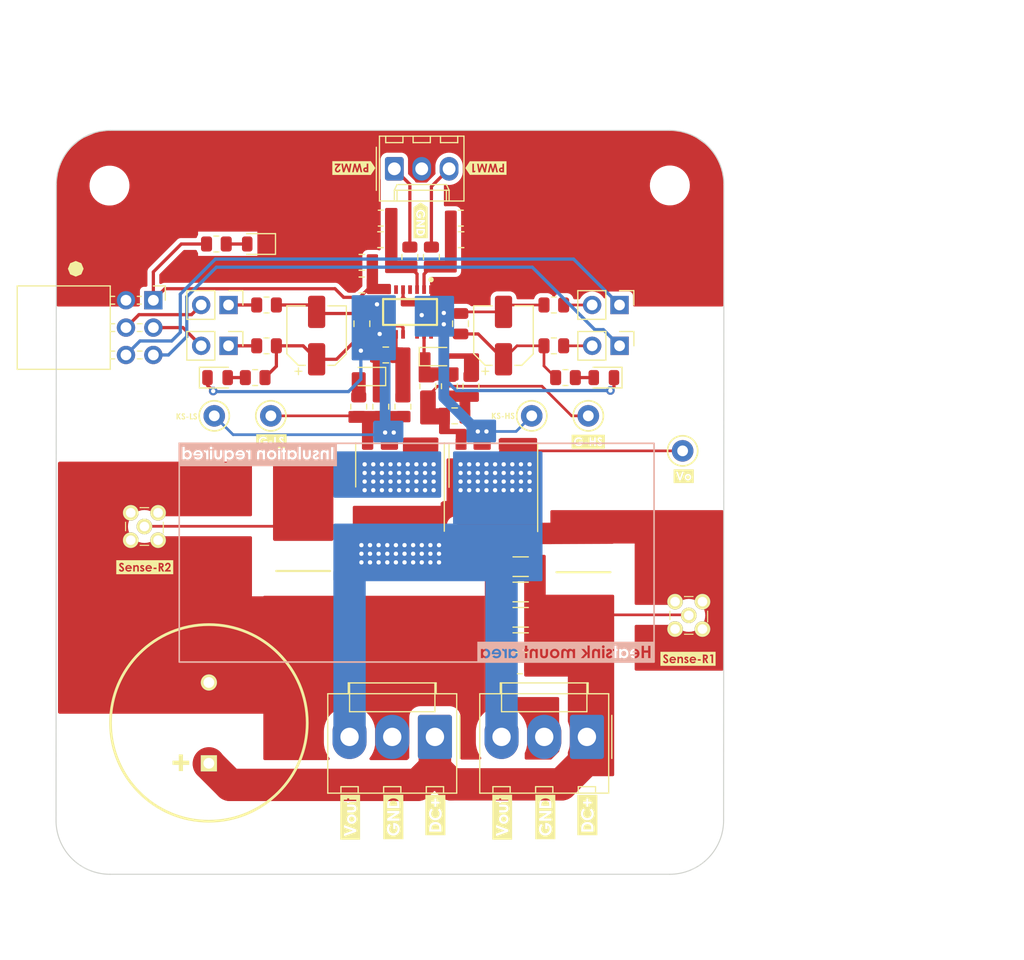
<source format=kicad_pcb>
(kicad_pcb (version 20221018) (generator pcbnew)
  (title_block (comment 4 "AISLER Project ID: ZPYPMIGU"))
  (layers (0 "F.Cu" mixed) (31 "B.Cu" mixed) (34 "B.Paste" user) (35 "F.Paste" user) (36 "B.SilkS" user "B.Silkscreen") (37 "F.SilkS" user "F.Silkscreen") (38 "B.Mask" user) (39 "F.Mask" user) (44 "Edge.Cuts" user))
  (net 0 "")
  (net 1 "GND")
  (net 2 "+3.3V")
  (net 3 "VCCA")
  (net 4 "VCCB")
  (net 5 "GND1")
  (net 6 "LED1")
  (net 7 "Net-(C5-Pad1)")
  (net 8 "Net-(D2-K)")
  (net 9 "GND2")
  (net 10 "OUTA")
  (net 11 "GND3")
  (net 12 "Net-(Q1-G)")
  (net 13 "Net-(D1-A)")
  (net 14 "Net-(D2-A)")
  (net 15 "Net-(D5-A)")
  (net 16 "Net-(D6-A)")
  (net 17 "Net-(D7-A)")
  (net 18 "Net-(J8-Pin_2)")
  (net 19 "Net-(J7-Pin_1)")
  (net 20 "HVDC+")
  (net 21 "PWM1")
  (net 22 "PWM2")
  (net 23 "OUTB")
  (net 24 "gnd-1")
  (net 25 "LED2")
  (net 26 "gnd-2")
  (net 27 "Net-(J6-Pin_1)")
  (net 28 "Net-(J5-Pin_2)")
  (net 30 "Net-(J9-Pad2)")
  (net 31 "Net-(J10-Pad1)")
  (net 32 "Net-(J1-Pin_3)")
  (net 33 "Net-(J2-Pin_1)")
  (net 34 "Net-(J2-Pin_3)")
  (net 35 "Net-(Q2-G)")
  (footprint "LED_SMD:LED_0805_2012Metric" (layer "F.Cu") (at 124.525 58.31 180)
    (fp_text reference "D5" hide)
    (fp_text value "LED")
  )
  (footprint "Connector_Molex:Molex_KK-254_AE-6410-03A_1x03_P2.54mm_Vertical" (layer "F.Cu") (at 137.235 51.33)
    (fp_text reference "J2" hide)
    (fp_text value "PWM")
  )
  (footprint "MountingHole:MountingHole_3.2mm_M3" (layer "F.Cu") (at 162.794466 52.874466)
    (fp_text reference "H3" hide)
    (fp_text value "MountingHole")
  )
  (footprint "kibuzzard-63FF1A06" (layer "F.Cu") (at 133.48 51.26 180)
    (fp_text reference "kibuzzard-63FF1A06" hide)
    (fp_text value "G***" hide)
  )
  (footprint "Resistor_SMD:R_0805_2012Metric" (layer "F.Cu") (at 143.405 55.91)
    (fp_text reference "R16" hide)
    (fp_text value "10k")
  )
  (footprint "Connector_PinHeader_2.54mm:PinHeader_1x02_P2.54mm_Vertical" (layer "F.Cu") (at 121.855 67.76 -90)
    (fp_text reference "J6" hide)
    (fp_text value "5V")
  )
  (footprint "EKXL451ELL101MM30S:CAPPRD750W80D1825H3200" (layer "F.Cu") (at 120.03 106.51 90)
    (fp_text reference "C10" hide)
    (fp_text value "100uF/450V" hide)
  )
  (footprint "Resistor_SMD:R_0805_2012Metric" (layer "F.Cu") (at 124.325 70.71)
    (fp_text reference "R12" hide)
    (fp_text value "4.7k")
  )
  (footprint "Capacitor_SMD:CP_Elec_5x5.3" (layer "F.Cu") (at 130.025 66.81 90)
    (fp_text reference "C16" hide)
    (fp_text value "10uF/35V")
  )
  (footprint "2EDF7275K:TFLGA65P500X500X106-14_13N-V" (layer "F.Cu") (at 138.6925 64.62 -90)
    (fp_text reference "IC1" hide)
    (fp_text value "2EDF7275KXUMA1")
  )
  (footprint "kibuzzard-63FF19FC" (layer "F.Cu") (at 145.73 51.26 180)
    (fp_text reference "kibuzzard-63FF19FC" hide)
    (fp_text value "G***" hide)
  )
  (footprint "Resistor_SMD:R_0805_2012Metric" (layer "F.Cu") (at 148.88 97.46 180)
    (fp_text reference "R8" hide)
    (fp_text value "500k")
  )
  (footprint "Capacitor_SMD:C_0805_2012Metric" (layer "F.Cu") (at 134.225 62.11)
    (fp_text reference "C1" hide)
    (fp_text value "100nF")
  )
  (footprint "Capacitor_SMD:C_1206_3216Metric" (layer "F.Cu") (at 148.955 88.26 180)
    (fp_text reference "C9" hide)
    (fp_text value "100nF/450V")
  )
  (footprint "TestPoint:TestPoint_Keystone_5000-5004_Miniature" (layer "F.Cu") (at 149.98 74.26)
    (fp_text reference "TP5" hide)
    (fp_text value "TestPoint_Alt")
  )
  (footprint "MMCX-J-P-H-ST-TH1:MMCXJPHSTTH1" (layer "F.Cu") (at 163.28 91.51)
    (fp_text reference "J9" hide)
    (fp_text value "MMCX-J-P-H-ST-TH1" hide)
  )
  (footprint "Resistor_SMD:R_0805_2012Metric" (layer "F.Cu") (at 125.38 63.97)
    (fp_text reference "FB2" hide)
    (fp_text value "fb")
  )
  (footprint "Resistor_SMD:R_0805_2012Metric" (layer "F.Cu") (at 138.675 59.51 -90)
    (fp_text reference "R13" hide)
    (fp_text value "100")
  )
  (footprint "Resistor_SMD:R_0805_2012Metric" (layer "F.Cu") (at 138.03 73.41 -90)
    (fp_text reference "R1" hide)
    (fp_text value "470")
  )
  (footprint "Resistor_SMD:R_0805_2012Metric" (layer "F.Cu") (at 140.3425 71.51 -90)
    (fp_text reference "R3" hide)
    (fp_text value "470")
  )
  (footprint "Capacitor_SMD:C_1206_3216Metric" (layer "F.Cu") (at 148.955 90.61 180)
    (fp_text reference "C8" hide)
    (fp_text value "100nF/450V")
  )
  (footprint "LED_SMD:LED_0805_2012Metric" (layer "F.Cu") (at 156.6725 70.71 180)
    (fp_text reference "D6" hide)
    (fp_text value "LED")
  )
  (footprint "TestPoint:TestPoint_Keystone_5000-5004_Miniature" (layer "F.Cu") (at 163.98 77.51)
    (fp_text reference "TP4" hide)
    (fp_text value "TestPoint_Alt")
  )
  (footprint "Resistor_SMD:R_0805_2012Metric" (layer "F.Cu") (at 120.725 58.31 180)
    (fp_text reference "R10" hide)
    (fp_text value "4.7k")
  )
  (footprint "kibuzzard-63EE9059" (layer "F.Cu") (at 151.24 111.494071 90)
    (fp_text reference "kibuzzard-63EE9059" hide)
    (fp_text value "G***" hide)
  )
  (footprint "Package_SON:Infineon_PG-LSON-8-1" (layer "F.Cu") (at 146.42 80.89 90)
    (fp_text reference "Q1" hide)
    (fp_text value "IGLD60R190D1")
  )
  (footprint "Resistor_SMD:R_0805_2012Metric" (layer "F.Cu") (at 142.3425 71.51 -90)
    (fp_text reference "R2" hide)
    (fp_text value "10")
  )
  (footprint "Connector_PinHeader_2.54mm:PinHeader_1x02_P2.54mm_Vertical" (layer "F.Cu") (at 121.855 63.97 -90)
    (fp_text reference "J7" hide)
    (fp_text value "GND")
  )
  (footprint "Resistor_SMD:R_0805_2012Metric" (layer "F.Cu") (at 144.3425 71.51 -90)
    (fp_text reference "R5" hide)
    (fp_text value "5.1")
  )
  (footprint "Capacitor_SMD:C_0805_2012Metric" (layer "F.Cu") (at 143.425 57.91 180)
    (fp_text reference "C14" hide)
    (fp_text value "100nF")
  )
  (footprint "Resistor_SMD:R_0805_2012Metric" (layer "F.Cu") (at 152.03 63.97)
    (fp_text reference "FB1" hide)
    (fp_text value "fb")
  )
  (footprint "Resistor_SMD:R_0805_2012Metric" (layer "F.Cu") (at 152.03 67.76)
    (fp_text reference "FB4" hide)
    (fp_text value "fb")
  )
  (footprint "Resistor_SMD:R_0805_2012Metric" (layer "F.Cu") (at 135.98 73.41 -90)
    (fp_text reference "R4" hide)
    (fp_text value "10")
  )
  (footprint "Resistor_SMD:R_0805_2012Metric" (layer "F.Cu") (at 153.1125 70.71 180)
    (fp_text reference "R11" hide)
    (fp_text value "4.7k")
  )
  (footprint "Capacitor_SMD:C_0805_2012Metric" (layer "F.Cu") (at 135.955 57.91)
    (fp_text reference "C13" hide)
    (fp_text value "100nF")
  )
  (footprint "kibuzzard-63FF1A39" (layer "F.Cu") (at 114.08 88.31)
    (fp_text reference "kibuzzard-63FF1A39" hide)
    (fp_text value "G***" hide)
  )
  (footprint "kibuzzard-63FF1AED" (layer "F.Cu") (at 117.98 74.31)
    (fp_text reference "kibuzzard-63FF1AED" hide)
    (fp_text value "G***" hide)
  )
  (footprint "kibuzzard-63EDDA14" (layer "F.Cu") (at 107.68 60.61)
    (fp_text reference "kibuzzard-63EDDA14" hide)
    (fp_text value "G***" hide)
  )
  (footprint "Connector_PinSocket_2.54mm:PinSocket_2x03_P2.54mm_Horizontal" (layer "F.Cu") (at 114.88 63.53)
    (fp_text reference "J4" hide)
    (fp_text value "Conn_02x03_Odd_Even")
  )
  (footprint "Connector_PinHeader_2.54mm:PinHeader_1x02_P2.54mm_Vertical" (layer "F.Cu") (at 158.13 67.76 -90)
    (fp_text reference "J5" hide)
    (fp_text value "5V")
  )
  (footprint "Capacitor_SMD:C_0805_2012Metric" (layer "F.Cu") (at 142.83 74.26 180)
    (fp_text reference "C5" hide)
    (fp_text value "2.2nF")
  )
  (footprint "kibuzzard-63EE9044" (layer "F.Cu") (at 155.14 111.315 90)
    (fp_text reference "kibuzzard-63EE9044" hide)
    (fp_text value "G***" hide)
  )
  (footprint "kibuzzard-63EE9044" (layer "F.Cu") (at 141.04 111.315 90)
    (fp_text reference "kibuzzard-63EE9044" hide)
    (fp_text value "G***" hide)
  )
  (footprint "footprint:RESC10052X50N" (layer "F.Cu") (at 128.78 88.66 -90)
    (fp_text reference "R9" hide)
    (fp_text value "WSLP3921L1000FEA" hide)
  )
  (footprint "MountingHole:MountingHole_3.2mm_M3" (layer "F.Cu") (at 110.808932 52.888932)
    (fp_text reference "H4" hide)
    (fp_text value "MountingHole")
  )
  (footprint "Package_SON:Infineon_PG-LSON-8-1" (layer "F.Cu") (at 137.76 80.86 90)
    (fp_text reference "Q2" hide)
    (fp_text value "IGLD60R190D1")
  )
  (footprint "Diode_SMD:D_SOD-323" (layer "F.Cu") (at 134.93 70.61 180)
    (fp_text reference "D2" hide)
    (fp_text value "BAT165")
  )
  (footprint "Capacitor_SMD:C_0805_2012Metric" (layer "F.Cu") (at 136.4425 68.61 180)
    (fp_text reference "C4" hide)
    (fp_text value "2.2nF")
  )
  (footprint "Connector_Molex:Molex_KK-396_A-41791-0003_1x03_P3.96mm_Vertical" (layer "F.Cu") (at 141 104.06 180)
    (fp_text reference "J3" hide)
    (fp_text value "HVDC")
  )
  (footprint "kibuzzard-63EDD5C6" (layer "F.Cu") (at 125.83 76.61)
    (fp_text reference "kibuzzard-63EDD5C6" hide)
    (fp_text value "G***" hide)
  )
  (footprint "Resistor_SMD:R_0805_2012Metric" (layer "F.Cu") (at 140.675 59.51 -90)
    (fp_text reference "R14" hide)
    (fp_text value "100")
  )
  (footprint "TestPoint:TestPoint_Keystone_5000-5004_Miniature" (layer "F.Cu") (at 125.78 74.26)
    (fp_text reference "TP2" hide)
    (fp_text value "TestPoint_Alt")
  )
  (footprint "MMCX-J-P-H-ST-TH1:MMCXJPHSTTH1" (layer "F.Cu") (at 112.78 83.26)
    (fp_text reference "J10" hide)
    (fp_text value "MMCX-J-P-H-ST-TH1" hide)
  )
  (footprint "kibuzzard-63EDD756" (layer "F.Cu") (at 164.08 79.86)
    (fp_text reference "kibuzzard-63EDD756" hide)
    (fp_text value "G***" hide)
  )
  (footprint "LED_SMD:LED_0805_2012Metric" (layer "F.Cu") (at 120.8375 70.71)
    (fp_text reference "D7" hide)
    (fp_text value "LED")
  )
  (footprint "kibuzzard-63FF19DB" (layer "F.Cu") (at 139.675 56.11 -90)
    (fp_text reference "kibuzzard-63FF19DB" hide)
    (fp_text value "G***" hide)
  )
  (footprint "Resistor_SMD:R_0805_2012Metric" (layer "F.Cu") (at 135.975 55.91 180)
    (fp_text reference "R15" hide)
    (fp_text value "10k")
  )
  (footprint "TestPoint:TestPoint_Keystone_5000-5004_Miniature" (layer "F.Cu") (at 155.23 74.26)
    (fp_text reference "TP1" hide)
    (fp_text value "TestPoint_Alt")
  )
  (footprint "kibuzzard-63EE9091" (layer "F.Cu") (at 133.14 111.515 90)
    (fp_text reference "kibuzzard-63EE9091" hide)
    (fp_text value "G***" hide)
  )
  (footprint "kibuzzard-63EDD5E0" (layer "F.Cu") (at 155.225 76.66)
    (fp_text reference "kibuzzard-63EDD5E0" hide)
    (fp_text value "G***" hide)
  )
  (footprint "Capacitor_SMD:C_1206_3216Metric" (layer "F.Cu") (at 148.955 95.31 180)
    (fp_text reference "C7" hide)
    (fp_text value "100nF/450V")
  )
  (footprint "kibuzzard-63EDD791" (layer "F.Cu") (at 164.48 96.81)
    (fp_text reference "kibuzzard-63EDD791" hide)
    (fp_text value "G***" hide)
  )
  (footprint "kibuzzard-63FF2B27" (layer "F.Cu") (at 117.43 106.46)
    (fp_text reference "kibuzzard-63FF2B27" hide)
    (fp_text value "G***" hide)
  )
  (footprint "footprint:RESC10052X50N" (layer "F.Cu") (at 154.78 88.77 -90)
    (fp_text reference "R7" hide)
    (fp_text value "WSLP3921L1000FEA" hide)
  )
  (footprint "kibuzzard-63EE9091" (layer "F.Cu") (at 147.24 111.515 90)
    (fp_text reference "kibuzzard-63EE9091" hide)
    (fp_text value "G***" hide)
  )
  (footprint "Diode_SMD:D_SOD-323" (layer "F.Cu") (at 141.0475 68.76)
    (fp_text reference "D1" hide)
    (fp_text value "BAT165")
  )
  (footprint "Connector_Molex:Molex_KK-396_A-41791-0003_1x03_P3.96mm_Vertical" (layer "F.Cu") (at 155.1 104.06 180)
    (fp_text reference "J1" hide)
    (fp_text value "HVDC")
  )
  (footprint "kibuzzard-63FF1AF8" (layer "F.Cu") (at 147.33 74.26)
    (fp_text reference "kibuzzard-63FF1AF8" hide)
    (fp_text value "G***" hide)
  )
  (footprint "MountingHole:MountingHole_3.2mm_M3" (layer "F.Cu") (at 162.78 111.81)
    (fp_text reference "H1" hide)
    (fp_text value "MountingHole")
  )
  (footprint "Capacitor_SMD:C_0805_2012Metric" (layer "F.Cu") (at 134.225 65.71 -90)
    (fp_text reference "C3" hide)
    (fp_text value "1uF")
  )
  (footprint "Capacitor_SMD:C_0805_2012Metric" (layer "F.Cu") (at 134.225 60.01)
    (fp_text reference "C11" hide)
    (fp_text value "100nF")
  )
  (footprint "Connector_PinHeader_2.54mm:PinHeader_1x02_P2.54mm_Vertical" (layer "F.Cu") (at 158.125 63.97 -90)
    (fp_text reference "J8" hide)
    (fp_text value "GND")
  )
  (footprint "kibuzzard-63EE9059" (layer "F.Cu") (at 137.14 111.494071 90)
    (fp_text reference "kibuzzard-63EE9059" hide)
    (fp_text value "G***" hide)
  )
  (footprint "Resistor_SMD:R_0805_2012Metric" (layer "F.Cu") (at 125.38 67.76 180)
    (fp_text reference "FB3" hide)
    (fp_text value "fb")
  )
  (footprint "Capacitor_SMD:C_0805_2012Metric" (layer "F.Cu") (at 143.375 65.71 -90)
    (fp_text reference "C2" hide)
    (fp_text value "1uF")
  )
  (footprint "TestPoint:TestPoint_Keystone_5000-5004_Miniature" (layer "F.Cu") (at 120.53 74.26)
    (fp_text reference "TP3" hide)
    (fp_text value "TestPoint_Alt")
  )
  (footprint "Capacitor_SMD:CP_Elec_5x5.3" (layer "F.Cu") (at 147.3625 66.81 90)
    (fp_text reference "C15" hide)
    (fp_text value "10uF/35V")
  )
  (footprint "MountingHole:MountingHole_3.2mm_M3" (layer "F.Cu") (at 110.88 111.81)
    (fp_text reference "H2" hide)
    (fp_text value "MountingHole")
  )
  (footprint "Capacitor_SMD:C_1206_3216Metric" (layer "F.Cu") (at 148.955 92.96 180)
    (fp_text reference "C6" hide)
    (fp_text value "100nF/450V")
  )
  (footprint "Resistor_SMD:R_0805_2012Metric" (layer "F.Cu") (at 133.93 73.41 -90)
    (fp_text reference "R6" hide)
    (fp_text value "5.1")
  )
  (footprint "kibuzzard-63FF27E9" (layer "B.Cu") (at 153.13 96.16 180)
    (fp_text reference "kibuzzard-63FF27E9" hide)
    (fp_text value "G***" hide)
  )
  (footprint "kibuzzard-63FF2952" (layer "B.Cu") (at 124.58 77.86 180)
    (fp_text reference "kibuzzard-63FF2952" hide)
    (fp_text value "G***" hide)
  )
  (gr_rect (start 117.28 76.81) (end 161.33 97.11) (stroke (width 0.15)) (fill none) (layer "B.SilkS"))
  (gr_line (start 167.78 111.81) (end 167.808932 52.774466) (stroke (width 0.1)) (layer "Edge.Cuts"))
  (gr_line (start 110.88 47.76) (end 162.794466 47.76) (stroke (width 0.1)) (layer "Edge.Cuts"))
  (gr_line (start 105.88 52.76) (end 105.851068 111.81) (stroke (width 0.1)) (layer "Edge.Cuts"))
  (gr_arc (start 110.851068 116.81) (mid 107.315524 115.345544) (end 105.851068 111.81) (stroke (width 0.1)) (layer "Edge.Cuts"))
  (gr_arc (start 105.88 52.76) (mid 107.344466 49.224466) (end 110.88 47.76) (stroke (width 0.1)) (layer "Edge.Cuts"))
  (gr_line (start 110.851068 116.81) (end 162.78 116.81) (stroke (width 0.1)) (layer "Edge.Cuts"))
  (gr_arc (start 167.78 111.81) (mid 166.315544 115.345544) (end 162.78 116.81) (stroke (width 0.1)) (layer "Edge.Cuts"))
  (gr_arc (start 162.794466 47.76) (mid 166.336031 49.232921) (end 167.808932 52.774466) (stroke (width 0.1)) (layer "Edge.Cuts"))
  (segment (start 138.0425 63.5725) (end 138.18 63.71) (width 0.3) (layer "F.Cu") (net 1))
  (segment (start 138.0425 62.545) (end 138.0425 63.5725) (width 0.3) (layer "F.Cu") (net 1))
  (segment (start 131.73 62.46) (end 115.95 62.46) (width 0.3) (layer "F.Cu") (net 2))
  (segment (start 132.53 63.26) (end 131.73 62.46) (width 0.3) (layer "F.Cu") (net 2))
  (segment (start 115.95 62.46) (end 114.88 63.53) (width 0.3) (layer "F.Cu") (net 2))
  (segment (start 114.88 63.53) (end 114.88 60.9) (width 0.3) (layer "F.Cu") (net 2))
  (segment (start 119.8125 58.31) (end 117.47 58.31) (width 0.3) (layer "F.Cu") (net 2))
  (segment (start 114.88 60.9) (end 117.47 58.31) (width 0.3) (layer "F.Cu") (net 2))
  (segment (start 135.175 62.11) (end 134.025 63.26) (width 0.3) (layer "F.Cu") (net 2))
  (segment (start 134.025 63.26) (end 132.53 63.26) (width 0.3) (layer "F.Cu") (net 2))
  (segment (start 156.63 66.26) (end 155.83 66.26) (width 0.3) (layer "B.Cu") (net 3))
  (segment (start 150.03 60.46) (end 120.73 60.46) (width 0.3) (layer "B.Cu") (net 3))
  (segment (start 155.83 66.26) (end 150.03 60.46) (width 0.3) (layer "B.Cu") (net 3))
  (segment (start 158.13 67.76) (end 156.63 66.26) (width 0.3) (layer "B.Cu") (net 3))
  (segment (start 120.73 60.46) (end 117.98 63.21) (width 0.3) (layer "B.Cu") (net 3))
  (segment (start 117.98 66.910001) (end 116.28 68.61) (width 0.3) (layer "B.Cu") (net 3))
  (segment (start 117.98 63.21) (end 117.98 66.910001) (width 0.3) (layer "B.Cu") (net 3))
  (segment (start 116.28 68.61) (end 114.88 68.61) (width 0.3) (layer "B.Cu") (net 3))
  (segment (start 117.625 66.07) (end 119.315 67.76) (width 0.3) (layer "F.Cu") (net 4))
  (segment (start 114.88 66.07) (end 117.625 66.07) (width 0.3) (layer "F.Cu") (net 4))
  (segment (start 113.64 67.31) (end 112.34 68.61) (width 0.3) (layer "B.Cu") (net 5))
  (segment (start 117.38 66.51) (end 116.58 67.31) (width 0.3) (layer "B.Cu") (net 5))
  (segment (start 116.58 67.31) (end 113.64 67.31) (width 0.3) (layer "B.Cu") (net 5))
  (segment (start 153.865 59.71) (end 120.63 59.71) (width 0.3) (layer "B.Cu") (net 5))
  (segment (start 117.38 62.96) (end 117.38 66.51) (width 0.3) (layer "B.Cu") (net 5))
  (segment (start 158.125 63.97) (end 153.865 59.71) (width 0.3) (layer "B.Cu") (net 5))
  (segment (start 120.63 59.71) (end 117.38 62.96) (width 0.3) (layer "B.Cu") (net 5))
  (segment (start 151.1175 67.76) (end 151.1175 69.6275) (width 0.25) (layer "F.Cu") (net 6))
  (segment (start 148.6125 67.76) (end 147.3625 69.01) (width 0.25) (layer "F.Cu") (net 6))
  (segment (start 145.0125 66.66) (end 147.3625 69.01) (width 0.3) (layer "F.Cu") (net 6))
  (segment (start 143.34 66.695) (end 140.6425 66.695) (width 0.3) (layer "F.Cu") (net 6))
  (segment (start 143.375 66.66) (end 145.0125 66.66) (width 0.3) (layer "F.Cu") (net 6))
  (segment (start 151.1175 67.76) (end 148.6125 67.76) (width 0.25) (layer "F.Cu") (net 6))
  (segment (start 143.375 66.66) (end 143.34 66.695) (width 0.3) (layer "F.Cu") (net 6))
  (segment (start 151.1175 69.6275) (end 152.2 70.71) (width 0.25) (layer "F.Cu") (net 6))
  (segment (start 118.415 64.87) (end 113.54 64.87) (width 0.3) (layer "F.Cu") (net 9))
  (segment (start 113.54 64.87) (end 112.34 66.07) (width 0.3) (layer "F.Cu") (net 9))
  (segment (start 119.315 63.97) (end 118.415 64.87) (width 0.3) (layer "F.Cu") (net 9))
  (segment (start 139.9925 68.755) (end 139.9975 68.76) (width 0.3) (layer "F.Cu") (net 10))
  (segment (start 139.9925 66.695) (end 139.9925 68.755) (width 0.3) (layer "F.Cu") (net 10))
  (segment (start 155.23 74.26) (end 153.68 74.26) (width 0.25) (layer "F.Cu") (net 12))
  (segment (start 153.68 74.26) (end 150.93 71.51) (width 0.25) (layer "F.Cu") (net 12))
  (segment (start 150.93 71.51) (end 141.255 71.51) (width 0.25) (layer "F.Cu") (net 12))
  (segment (start 141.255 71.51) (end 140.3425 72.4225) (width 0.25) (layer "F.Cu") (net 12))
  (segment (start 121.6375 58.31) (end 123.5875 58.31) (width 0.3) (layer "F.Cu") (net 15))
  (segment (start 154.025 70.71) (end 155.735 70.71) (width 0.3) (layer "F.Cu") (net 16))
  (segment (start 123.4125 70.71) (end 121.775 70.71) (width 0.3) (layer "F.Cu") (net 17))
  (segment (start 155.585 63.97) (end 152.9425 63.97) (width 0.25) (layer "F.Cu") (net 18))
  (segment (start 121.855 63.97) (end 124.4675 63.97) (width 0.3) (layer "F.Cu") (net 19))
  (segment (start 139.39 108.515) (end 141 106.905) (width 3) (layer "F.Cu") (net 20))
  (segment (start 155.1 106.105) (end 155.1 104.06) (width 3) (layer "F.Cu") (net 20))
  (segment (start 164.502 92.732) (end 154.968 92.732) (width 0.25) (layer "F.Cu") (net 20))
  (segment (start 164.55 92.78) (end 164.502 92.732) (width 0.25) (layer "F.Cu") (net 20))
  (segment (start 141 104.06) (end 141 106.975) (width 3) (layer "F.Cu") (net 20))
  (segment (start 152.74 108.465) (end 155.1 106.105) (width 3) (layer "F.Cu") (net 20))
  (segment (start 141 106.975) (end 142.49 108.465) (width 3) (layer "F.Cu") (net 20))
  (segment (start 121.985 108.515) (end 120.03 106.56) (width 3) (layer "F.Cu") (net 20))
  (segment (start 142.49 108.465) (end 152.74 108.465) (width 3) (layer "F.Cu") (net 20))
  (segment (start 120.03 106.56) (end 120.03 106.51) (width 3) (layer "F.Cu") (net 20))
  (segment (start 141 106.905) (end 141 104.06) (width 3) (layer "F.Cu") (net 20))
  (segment (start 121.985 108.515) (end 139.39 108.515) (width 3) (layer "F.Cu") (net 20))
  (segment (start 154.968 92.732) (end 154.78 92.92) (width 0.25) (layer "F.Cu") (net 20))
  (segment (start 139.9925 61.105) (end 140.675 60.4225) (width 0.3) (layer "F.Cu") (net 21))
  (segment (start 139.9925 62.545) (end 139.9925 61.105) (width 0.3) (layer "F.Cu") (net 21))
  (segment (start 139.3425 61.09) (end 138.675 60.4225) (width 0.3) (layer "F.Cu") (net 22))
  (segment (start 139.3425 62.545) (end 139.3425 61.09) (width 0.3) (layer "F.Cu") (net 22))
  (segment (start 137.3925 66.695) (end 137.3925 68.61) (width 0.3) (layer "F.Cu") (net 23))
  (segment (start 139.775 64.91) (end 139.3425 65.3425) (width 0.25) (layer "F.Cu") (net 24))
  (segment (start 141.875 64.76) (end 143.875 64.76) (width 0.25) (layer "F.Cu") (net 24))
  (segment (start 151.1175 63.97) (end 148.0025 63.97) (width 0.25) (layer "F.Cu") (net 24))
  (segment (start 144.025 64.61) (end 147.3625 64.61) (width 0.25) (layer "F.Cu") (net 24))
  (segment (start 141.825 64.71) (end 141.875 64.76) (width 0.25) (layer "F.Cu") (net 24))
  (segment (start 157.28 71.91) (end 157.61 71.58) (width 0.3) (layer "F.Cu") (net 24))
  (segment (start 139.3425 65.3425) (end 139.3425 66.695) (width 0.25) (layer "F.Cu") (net 24))
  (segment (start 157.61 71.58) (end 157.61 70.71) (width 0.3) (layer "F.Cu") (net 24))
  (segment (start 141.625 64.91) (end 139.775 64.91) (width 0.3) (layer "F.Cu") (net 24))
  (segment (start 148.0025 63.97) (end 147.3625 64.61) (width 0.25) (layer "F.Cu") (net 24))
  (segment (start 141.825 64.71) (end 141.825 65.76) (width 0.3) (layer "F.Cu") (net 24))
  (segment (start 141.825 64.71) (end 141.625 64.91) (width 0.3) (layer "F.Cu") (net 24))
  (segment (start 143.875 64.76) (end 144.025 64.61) (width 0.25) (layer "F.Cu") (net 24))
  (via (at 145.78 75.71) (size 0.8) (drill 0.4) (layers "F.Cu" "B.Cu") (net 24))
  (via (at 144.98 75.71) (size 0.8) (drill 0.4) (layers "F.Cu" "B.Cu") (net 24))
  (via (at 139.775 64.91) (size 0.8) (drill 0.4) (layers "F.Cu" "B.Cu") (net 24))
  (via (at 141.825 64.71) (size 0.8) (drill 0.4) (layers "F.Cu" "B.Cu") (net 24))
  (via (at 141.825 65.76) (size 0.8) (drill 0.4) (layers "F.Cu" "B.Cu") (net 24))
  (via (at 157.28 71.91) (size 0.8) (drill 0.4) (layers "F.Cu" "B.Cu") (net 24))
  (segment (start 141.825 65.76) (end 141.825 71.21) (width 1) (layer "B.Cu") (net 24))
  (segment (start 141.825 71.21) (end 141.825 72.555) (width 1) (layer "B.Cu") (net 24))
  (segment (start 148.53 75.71) (end 145.78 75.71) (width 0.25) (layer "B.Cu") (net 24))
  (segment (start 142.98 71.91) (end 142.28 71.21) (width 0.3) (layer "B.Cu") (net 24))
  (segment (start 141.825 72.555) (end 144.98 75.71) (width 1) (layer "B.Cu") (net 24))
  (segment (start 142.28 71.21) (end 141.825 71.21) (width 0.3) (layer "B.Cu") (net 24))
  (segment (start 149.98 74.26) (end 148.53 75.71) (width 0.25) (layer "B.Cu") (net 24))
  (segment (start 157.28 71.91) (end 142.98 71.91) (width 0.3) (layer "B.Cu") (net 24))
  (segment (start 126.2925 69.655) (end 125.2375 70.71) (width 0.3) (layer "F.Cu") (net 25))
  (segment (start 128.775 67.76) (end 130.025 69.01) (width 0.3) (layer "F.Cu") (net 25))
  (segment (start 138.0425 66.07) (end 138.0425 66.695) (width 0.3) (layer "F.Cu") (net 25))
  (segment (start 126.2925 67.76) (end 126.2925 69.655) (width 0.3) (layer "F.Cu") (net 25))
  (segment (start 130.025 69.01) (end 131.875 69.01) (width 0.3) (layer "F.Cu") (net 25))
  (segment (start 134.225 66.66) (end 134.975 65.91) (width 0.3) (layer "F.Cu") (net 25))
  (segment (start 134.975 65.91) (end 137.8825 65.91) (width 0.3) (layer "F.Cu") (net 25))
  (segment (start 137.8825 65.91) (end 138.0425 66.07) (width 0.3) (layer "F.Cu") (net 25))
  (segment (start 126.2925 67.76) (end 128.775 67.76) (width 0.3) (layer "F.Cu") (net 25))
  (segment (start 131.875 69.01) (end 134.225 66.66) (width 0.3) (layer "F.Cu") (net 25))
  (segment (start 129.385 63.97) (end 130.025 64.61) (width 0.3) (layer "F.Cu") (net 26))
  (segment (start 134.225 64.76) (end 130.175 64.76) (width 0.3) (layer "F.Cu") (net 26))
  (segment (start 135.798528 66.66) (end 135.875 66.66) (width 0.3) (layer "F.Cu") (net 26))
  (segment (start 134.225 64.76) (end 134.775 64.76) (width 0.3) (layer "F.Cu") (net 26))
  (segment (start 135.875 66.66) (end 135.91 66.695) (width 0.25) (layer "F.Cu") (net 26))
  (segment (start 134.13 68.21) (end 134.248528 68.21) (width 0.3) (layer "F.Cu") (net 26))
  (segment (start 119.9 71.43) (end 119.9 70.71) (width 0.3) (layer "F.Cu") (net 26))
  (segment (start 130.175 64.76) (end 130.025 64.61) (width 0.3) (layer "F.Cu") (net 26))
  (segment (start 126.2925 63.97) (end 129.385 63.97) (width 0.3) (layer "F.Cu") (net 26))
  (segment (start 134.775 64.76) (end 135.625 63.91) (width 0.3) (layer "F.Cu") (net 26))
  (segment (start 134.248528 68.21) (end 135.798528 66.66) (width 0.3) (layer "F.Cu") (net 26))
  (segment (start 135.91 66.695) (end 136.7425 66.695) (width 0.25) (layer "F.Cu") (net 26))
  (segment (start 120.43 71.96) (end 119.9 71.43) (width 0.3) (layer "F.Cu") (net 26))
  (via (at 135.625 63.91) (size 0.8) (drill 0.4) (layers "F.Cu" "B.Cu") (net 26))
  (via (at 136.38 75.81) (size 0.8) (drill 0.4) (layers "F.Cu" "B.Cu") (net 26))
  (via (at 134.13 68.21) (size 0.8) (drill 0.4) (layers "F.Cu" "B.Cu") (net 26))
  (via (at 120.43 71.96) (size 0.8) (drill 0.4) (layers "F.Cu" "B.Cu") (net 26))
  (via (at 135.875 66.66) (size 0.8) (drill 0.4) (layers "F.Cu" "B.Cu") (net 26))
  (via (at 137.18 75.81) (size 0.8) (drill 0.4) (layers "F.Cu" "B.Cu") (net 26))
  (segment (start 122.28 76.01) (end 120.53 74.26) (width 0.25) (layer "B.Cu") (net 26))
  (segment (start 136.38 75.81) (end 136.38 68.71) (width 1) (layer "B.Cu") (net 26))
  (segment (start 136.18 76.01) (end 136.38 75.81) (width 0.25) (layer "B.Cu") (net 26))
  (segment (start 120.43 71.96) (end 120.48 72.01) (width 0.3) (layer "B.Cu") (net 26))
  (segment (start 132.98 72.01) (end 134.13 70.86) (width 0.3) (layer "B.Cu") (net 26))
  (segment (start 120.48 72.01) (end 132.98 72.01) (width 0.3) (layer "B.Cu") (net 26))
  (segment (start 134.13 70.86) (end 134.13 68.21) (width 0.3) (layer "B.Cu") (net 26))
  (segment (start 136.18 76.01) (end 122.28 76.01) (width 0.25) (layer "B.Cu") (net 26))
  (segment (start 121.855 67.76) (end 124.4675 67.76) (width 0.3) (layer "F.Cu") (net 27))
  (segment (start 155.59 67.76) (end 152.9425 67.76) (width 0.25) (layer "F.Cu") (net 28))
  (segment (start 128.78 84.51) (end 114.07 84.51) (width 0.25) (layer "F.Cu") (net 31))
  (segment (start 137.55 79.96) (end 137.52 79.99) (width 0.25) (layer "F.Cu") (net 31))
  (segment (start 114.07 84.51) (end 114.05 84.53) (width 0.25) (layer "F.Cu") (net 31))
  (via (at 139.28 81.16) (size 0.8) (drill 0.4) (layers "F.Cu" "B.Cu") (net 31))
  (via (at 140.08 79.56) (size 0.8) (drill 0.4) (layers "F.Cu" "B.Cu") (net 31))
  (via (at 140.88 78.76) (size 0.8) (drill 0.4) (layers "F.Cu" "B.Cu") (net 31))
  (via (at 135.28 80.36) (size 0.8) (drill 0.4) (layers "F.Cu" "B.Cu") (net 31))
  (via (at 136.08 79.56) (size 0.8) (drill 0.4) (layers "F.Cu" "B.Cu") (net 31))
  (via (at 134.48 81.16) (size 0.8) (drill 0.4) (layers "F.Cu" "B.Cu") (net 31))
  (via (at 136.88 78.76) (size 0.8) (drill 0.4) (layers "F.Cu" "B.Cu") (net 31))
  (via (at 136.08 81.16) (size 0.8) (drill 0.4) (layers "F.Cu" "B.Cu") (net 31))
  (via (at 136.08 78.76) (size 0.8) (drill 0.4) (layers "F.Cu" "B.Cu") (net 31))
  (via (at 136.08 80.36) (size 0.8) (drill 0.4) (layers "F.Cu" "B.Cu") (net 31))
  (via (at 140.88 80.36) (size 0.8) (drill 0.4) (layers "F.Cu" "B.Cu") (net 31))
  (via (at 140.88 79.56) (size 0.8) (drill 0.4) (layers "F.Cu" "B.Cu") (net 31))
  (via (at 135.28 79.56) (size 0.8) (drill 0.4) (layers "F.Cu" "B.Cu") (net 31))
  (via (at 138.48 80.36) (size 0.8) (drill 0.4) (layers "F.Cu" "B.Cu") (net 31))
  (via (at 140.88 81.16) (size 0.8) (drill 0.4) (layers "F.Cu" "B.Cu") (net 31))
  (via (at 134.48 79.56) (size 0.8) (drill 0.4) (layers "F.Cu" "B.Cu") (net 31))
  (via (at 138.48 79.56) (size 0.8) (drill 0.4) (layers "F.Cu" "B.Cu") (net 31))
  (via (at 139.28 78.76) (size 0.8) (drill 0.4) (layers "F.Cu" "B.Cu") (net 31))
  (via (at 140.08 81.16) (size 0.8) (drill 0.4) (layers "F.Cu" "B.Cu") (net 31))
  (via (at 134.48 80.36) (size 0.8) (drill 0.4) (layers "F.Cu" "B.Cu") (net 31))
  (via (at 139.28 80.36) (size 0.8) (drill 0.4) (layers "F.Cu" "B.Cu") (net 31))
  (via (at 138.48 81.16) (size 0.8) (drill 0.4) (layers "F.Cu" "B.Cu") (net 31))
  (via (at 138.48 78.76) (size 0.8) (drill 0.4) (layers "F.Cu" "B.Cu") (net 31))
  (via (at 137.68 79.56) (size 0.8) (drill 0.4) (layers "F.Cu" "B.Cu") (net 31))
  (via (at 135.28 81.16) (size 0.8) (drill 0.4) (layers "F.Cu" "B.Cu") (net 31))
  (via (at 140.08 80.36) (size 0.8) (drill 0.4) (layers "F.Cu" "B.Cu") (net 31))
  (via (at 136.88 81.16) (size 0.8) (drill 0.4) (layers "F.Cu" "B.Cu") (net 31))
  (via (at 134.48 78.76) (size 0.8) (drill 0.4) (layers "F.Cu" "B.Cu") (net 31))
  (via (at 139.28 79.56) (size 0.8) (drill 0.4) (layers "F.Cu" "B.Cu") (net 31))
  (via (at 136.88 79.56) (size 0.8) (drill 0.4) (layers "F.Cu" "B.Cu") (net 31))
  (via (at 137.68 78.76) (size 0.8) (drill 0.4) (layers "F.Cu" "B.Cu") (net 31))
  (via (at 137.68 80.36) (size 0.8) (drill 0.4) (layers "F.Cu" "B.Cu") (net 31))
  (via (at 136.88 80.36) (size 0.8) (drill 0.4) (layers "F.Cu" "B.Cu") (net 31))
  (via (at 140.08 78.76) (size 0.8) (drill 0.4) (layers "F.Cu" "B.Cu") (net 31))
  (via (at 135.28 78.76) (size 0.8) (drill 0.4) (layers "F.Cu" "B.Cu") (net 31))
  (via (at 137.68 81.16) (size 0.8) (drill 0.4) (layers "F.Cu" "B.Cu") (net 31))
  (segment (start 163.98 77.51) (end 149.78 77.51) (width 0.25) (layer "F.Cu") (net 32))
  (via (at 148.18 79.56) (size 0.8) (drill 0.4) (layers "F.Cu" "B.Cu") (net 32))
  (via (at 148.98 79.56) (size 0.8) (drill 0.4) (layers "F.Cu" "B.Cu") (net 32))
  (via (at 134.98 87.86) (size 0.8) (drill 0.4) (layers "F.Cu" "B.Cu") (net 32))
  (via (at 144.18 80.36) (size 0.8) (drill 0.4) (layers "F.Cu" "B.Cu") (net 32))
  (via (at 134.98 87.06) (size 0.8) (drill 0.4) (layers "F.Cu" "B.Cu") (net 32))
  (via (at 147.38 79.56) (size 0.8) (drill 0.4) (layers "F.Cu" "B.Cu") (net 32))
  (via (at 148.98 80.36) (size 0.8) (drill 0.4) (layers "F.Cu" "B.Cu") (net 32))
  (via (at 145.78 79.56) (size 0.8) (drill 0.4) (layers "F.Cu" "B.Cu") (net 32))
  (via (at 143.38 81.16) (size 0.8) (drill 0.4) (layers "F.Cu" "B.Cu") (net 32))
  (via (at 145.78 80.36) (size 0.8) (drill 0.4) (layers "F.Cu" "B.Cu") (net 32))
  (via (at 138.18 86.26) (size 0.8) (drill 0.4) (layers "F.Cu" "B.Cu") (net 32))
  (via (at 149.78 80.36) (size 0.8) (drill 0.4) (layers "F.Cu" "B.Cu") (net 32))
  (via (at 136.58 86.26) (size 0.8) (drill 0.4) (layers "F.Cu" "B.Cu") (net 32))
  (via (at 147.38 78.76) (size 0.8) (drill 0.4) (layers "F.Cu" "B.Cu") (net 32))
  (via (at 140.58 87.86) (size 0.8) (drill 0.4) (layers "F.Cu" "B.Cu") (net 32))
  (via (at 140.58 87.06) (size 0.8) (drill 0.4) (layers "F.Cu" "B.Cu") (net 32))
  (via (at 143.38 79.56) (size 0.8) (drill 0.4) (layers "F.Cu" "B.Cu") (net 32))
  (via (at 138.98 87.86) (size 0.8) (drill 0.4) (layers "F.Cu" "B.Cu") (net 32))
  (via (at 140.58 86.26) (size 0.8) (drill 0.4) (layers "F.Cu" "B.Cu") (net 32))
  (via (at 143.38 78.76) (size 0.8) (drill 0.4) (layers "F.Cu" "B.Cu") (net 32))
  (via (at 136.58 87.86) (size 0.8) (drill 0.4) (layers "F.Cu" "B.Cu") (net 32))
  (via (at 143.38 80.36) (size 0.8) (drill 0.4) (layers "F.Cu" "B.Cu") (net 32))
  (via (at 137.38 87.86) (size 0.8) (drill 0.4) (layers "F.Cu" "B.Cu") (net 32))
  (via (at 138.18 87.86) (size 0.8) (drill 0.4) (layers "F.Cu" "B.Cu") (net 32))
  (via (at 149.78 81.16) (size 0.8) (drill 0.4) (layers "F.Cu" "B.Cu") (net 32))
  (via (at 145.78 78.76) (size 0.8) (drill 0.4) (layers "F.Cu" "B.Cu") (net 32))
  (via (at 138.98 87.06) (size 0.8) (drill 0.4) (layers "F.Cu" "B.Cu") (net 32))
  (via (at 147.38 80.36) (size 0.8) (drill 0.4) (layers "F.Cu" "B.Cu") (net 32))
  (via (at 134.18 86.26) (size 0.8) (drill 0.4) (layers "F.Cu" "B.Cu") (net 32))
  (via (at 148.18 78.76) (size 0.8) (drill 0.4) (layers "F.Cu" "B.Cu") (net 32))
  (via (at 149.78 79.56) (size 0.8) (drill 0.4) (layers "F.Cu" "B.Cu") (net 32))
  (via (at 137.38 87.06) (size 0.8) (drill 0.4) (layers "F.Cu" "B.Cu") (net 32))
  (via (at 141.38 87.86) (size 0.8) (drill 0.4) (layers "F.Cu" "B.Cu") (net 32))
  (via (at 139.78 87.06) (size 0.8) (drill 0.4) (layers "F.Cu" "B.Cu") (net 32))
  (via (at 148.18 81.16) (size 0.8) (drill 0.4) (layers "F.Cu" "B.Cu") (net 32))
  (via (at 147.38 81.16) (size 0.8) (drill 0.4) (layers "F.Cu" "B.Cu") (net 32))
  (via (at 139.78 87.86) (size 0.8) (drill 0.4) (layers "F.Cu" "B.Cu") (net 32))
  (via (at 135.78 86.26) (size 0.8) (drill 0.4) (layers "F.Cu" "B.Cu") (net 32))
  (via (at 146.58 79.56) (size 0.8) (drill 0.4) (layers "F.Cu" "B.Cu") (net 32))
  (via (at 135.78 87.86) (size 0.8) (drill 0.4) (layers "F.Cu" "B.Cu") (net 32))
  (via (at 146.58 80.36) (size 0.8) (drill 0.4) (layers "F.Cu" "B.Cu") (net 32))
  (via (at 144.98 80.36) (size 0.8) (drill 0.4) (layers "F.Cu" "B.Cu") (net 32))
  (via (at 144.98 81.16) (size 0.8) (drill 0.4) (layers "F.Cu" "B.Cu") (net 32))
  (via (at 141.38 86.26) (size 0.8) (drill 0.4) (layers "F.Cu" "B.Cu") (net 32))
  (via (at 138.98 86.26) (size 0.8) (drill 0.4) (layers "F.Cu" "B.Cu") (net 32))
  (via (at 144.18 79.56) (size 0.8) (drill 0.4) (layers "F.Cu" "B.Cu") (net 32))
  (via (at 134.18 87.06) (size 0.8) (drill 0.4) (layers "F.Cu" "B.Cu") (net 32))
  (via (at 146.58 81.16) (size 0.8) (drill 0.4) (layers "F.Cu" "B.Cu") (net 32))
  (via (at 146.58 78.76) (size 0.8) (drill 0.4) (layers "F.Cu" "B.Cu") (net 32))
  (via (at 148.98 78.76) (size 0.8) (drill 0.4) (layers "F.Cu" "B.Cu") (net 32))
  (via (at 145.78 81.16) (size 0.8) (drill 0.4) (layers "F.Cu" "B.Cu") (net 32))
  (via (at 139.78 86.26) (size 0.8) (drill 0.4) (layers "F.Cu" "B.Cu") (net 32))
  (via (at 148.98 81.16) (size 0.8) (drill 0.4) (layers "F.Cu" "B.Cu") (net 32))
  (via (at 144.98 79.56) (size 0.8) (drill 0.4) (layers "F.Cu" "B.Cu") (net 32))
  (via (at 136.58 87.06) (size 0.8) (drill 0.4) (layers "F.Cu" "B.Cu") (net 32))
  (via (at 138.18 87.06) (size 0.8) (drill 0.4) (layers "F.Cu" "B.Cu") (net 32))
  (via (at 134.18 87.86) (size 0.8) (drill 0.4) (layers "F.Cu" "B.Cu") (net 32))
  (via (at 144.98 78.76) (size 0.8) (drill 0.4) (layers "F.Cu" "B.Cu") (net 32))
  (via (at 135.78 87.06) (size 0.8) (drill 0.4) (layers "F.Cu" "B.Cu") (net 32))
  (via (at 134.98 86.26) (size 0.8) (drill 0.4) (layers "F.Cu" "B.Cu") (net 32))
  (via (at 137.38 86.26) (size 0.8) (drill 0.4) (layers "F.Cu" "B.Cu") (net 32))
  (via (at 144.18 81.16) (size 0.8) (drill 0.4) (layers "F.Cu" "B.Cu") (net 32))
  (via (at 144.18 78.76) (size 0.8) (drill 0.4) (layers "F.Cu" "B.Cu") (net 32))
  (via (at 148.18 80.36) (size 0.8) (drill 0.4) (layers "F.Cu" "B.Cu") (net 32))
  (via (at 149.78 78.76) (size 0.8) (drill 0.4) (layers "F.Cu" "B.Cu") (net 32))
  (via (at 141.38 87.06) (size 0.8) (drill 0.4) (layers "F.Cu" "B.Cu") (net 32))
  (segment (start 133.08 104.06) (end 133.08 88.81) (width 3) (layer "B.Cu") (net 32))
  (segment (start 147.18 104.06) (end 147.18 89.21) (width 3) (layer "B.Cu") (net 32))
  (segment (start 138.675 52.77) (end 138.675 58.5975) (width 0.3) (layer "F.Cu") (net 33))
  (segment (start 137.235 51.33) (end 138.675 52.77) (width 0.3) (layer "F.Cu") (net 33))
  (segment (start 140.675 52.97) (end 140.675 58.5975) (width 0.3) (layer "F.Cu") (net 34))
  (segment (start 142.315 51.33) (end 140.675 52.97) (width 0.3) (layer "F.Cu") (net 34))
  (segment (start 133.8675 74.26) (end 125.78 74.26) (width 0.25) (layer "F.Cu") (net 35))
  (segment (start 133.93 74.3225) (end 133.8675 74.26) (width 0.25) (layer "F.Cu") (net 35))
  (zone (net 32) (net_name "Net-(J1-Pin_3)") (layer "F.Cu") (name "J1-P3") (priority 1) (connect_pads yes (clearance 0.8)) (min_thickness 0.254) (fill yes (thermal_gap 0.508) (thermal_bridge_width 0.508))
    (polygon (pts (xy 142.08 78.21) (xy 145.58 78.21) (xy 145.58 76.31) (xy 150.48 76.31) (xy 150.48 83.51) (xy 142.78 83.51) (xy 142.78 85.63) (xy 133.38 85.63) (xy 133.38 82.61) (xy 141.53 82.61) (xy 141.53 82.16) (xy 142.08 82.16)))
  )
  (zone (net 22) (net_name "PWM2") (layer "F.Cu") (name "PWM2") (priority 1) (connect_pads yes (clearance 0.4)) (min_thickness 0.254) (fill yes (thermal_gap 0.508) (thermal_bridge_width 0.508))
    (polygon (pts (xy 137.525 59.86) (xy 139.375 59.86) (xy 139.375 61.01) (xy 136.375 61.01) (xy 136.375 54.96) (xy 137.525 54.96)))
  )
  (zone (net 12) (net_name "Net-(Q1-G)") (layer "F.Cu") (name "1") (priority 2) (connect_pads yes (clearance 0.4)) (min_thickness 0.254) (fill yes (thermal_gap 0.508) (thermal_bridge_width 0.508) (smoothing chamfer) (radius 0.1))
    (polygon (pts (xy 141.08 73.56) (xy 142.38 73.56) (xy 142.38 75.06) (xy 139.63 75.06) (xy 139.63 71.91) (xy 141.08 71.91)))
  )
  (zone (net 8) (net_name "Net-(D2-K)") (layer "F.Cu") (name "1") (priority 2) (connect_pads yes (clearance 0.4)) (min_thickness 0.254) (fill yes (thermal_gap 0.508) (thermal_bridge_width 0.508))
    (polygon (pts (xy 136.03 69.31) (xy 134.98 69.31) (xy 134.98 67.91) (xy 136.03 67.91)))
  )
  (zone (net 23) (net_name "OUTB") (layer "F.Cu") (name "1") (priority 2) (connect_pads yes (clearance 0.4)) (min_thickness 0.254) (fill yes (thermal_gap 0.508) (thermal_bridge_width 0.508) (smoothing chamfer) (radius 0.1))
    (polygon (pts (xy 138.73 73.01) (xy 137.33 73.01) (xy 137.33 67.91) (xy 138.73 67.91)))
  )
  (zone (net 30) (net_name "Net-(J9-Pad2)") (layer "F.Cu") (connect_pads yes (clearance 0.8)) (min_thickness 0.254) (fill yes (thermal_gap 0.508) (thermal_bridge_width 0.508))
    (polygon (pts (xy 167.78 97.91) (xy 159.53 97.91) (xy 159.53 86.11) (xy 151.78 86.11) (xy 151.78 83.01) (xy 167.78 83.01)))
  )
  (zone (net 8) (net_name "Net-(D2-K)") (layer "F.Cu") (name "1") (priority 2) (connect_pads yes (clearance 0.4)) (min_thickness 0.254) (fill yes (thermal_gap 0.508) (thermal_bridge_width 0.508) (smoothing chamfer) (radius 0.1))
    (polygon (pts (xy 136.48 73.01) (xy 135.23 73.01) (xy 135.23 67.91) (xy 136.48 67.91)))
  )
  (zone (net 24) (net_name "gnd-1") (layer "F.Cu") (name "1") (priority 2) (connect_pads yes (clearance 0.4)) (min_thickness 0.254) (fill yes (thermal_gap 0.508) (thermal_bridge_width 0.508))
    (polygon (pts (xy 146.18 77.41) (xy 144.58 77.41) (xy 144.58 75.21) (xy 146.18 75.21)))
  )
  (zone (net 35) (net_name "Net-(Q2-G)") (layer "F.Cu") (name "1") (priority 2) (connect_pads yes (clearance 0.4)) (min_thickness 0.254) (fill yes (thermal_gap 0.508) (thermal_bridge_width 0.508))
    (polygon (pts (xy 138.73 74.86) (xy 134.63 74.86) (xy 134.63 74.91) (xy 132.98 74.91) (xy 132.98 73.81) (xy 138.73 73.81)))
  )
  (zone (net 31) (net_name "Net-(J10-Pad1)") (layer "F.Cu") (name "1") (connect_pads yes (clearance 0.8)) (min_thickness 0.254) (fill yes (thermal_gap 0.508) (thermal_bridge_width 0.508) (smoothing chamfer) (radius 0.1))
    (polygon (pts (xy 141.38 81.66) (xy 131.58 81.66) (xy 131.58 85.86) (xy 125.98 85.86) (xy 125.98 78.46) (xy 141.38 78.46)))
  )
  (zone (net 2) (net_name "+3.3V") (layer "F.Cu") (name "3.3") (priority 1) (connect_pads yes (clearance 0.3)) (min_thickness 0.254) (fill yes (thermal_gap 0.508) (thermal_bridge_width 0.508))
    (polygon (pts (xy 135.725 62.01) (xy 137.025 62.01) (xy 137.025 62.96) (xy 134.675 62.96) (xy 134.675 59.26) (xy 135.725 59.26)))
  )
  (zone (net 32) (net_name "Net-(J1-Pin_3)") (layer "F.Cu") (name "1") (connect_pads yes (clearance 0.4)) (min_thickness 0.254) (fill yes (thermal_gap 0.508) (thermal_bridge_width 0.508))
    (polygon (pts (xy 141.98 88.46) (xy 133.38 88.46) (xy 133.38 82.66) (xy 141.98 82.66)))
  )
  (zone (net 7) (net_name "Net-(C5-Pad1)") (layer "F.Cu") (name "1") (connect_pads yes (clearance 0.4)) (min_thickness 0.254) (fill yes (thermal_gap 0.508) (thermal_bridge_width 0.508) (smoothing chamfer) (radius 0.1))
    (polygon (pts (xy 145.08 72.96) (xy 144.28 72.96) (xy 144.28 74.96) (xy 143.28 74.96) (xy 143.28 72.96) (xy 141.63 72.96) (xy 141.63 71.91) (xy 145.08 71.91)))
  )
  (zone (net 26) (net_name "gnd-2") (layer "F.Cu") (name "1") (priority 2) (connect_pads yes (clearance 0.4)) (min_thickness 0.254) (fill yes (thermal_gap 0.508) (thermal_bridge_width 0.508) (smoothing chamfer) (radius 0.1))
    (polygon (pts (xy 137.58 77.41) (xy 135.98 77.41) (xy 135.98 75.41) (xy 137.58 75.41)))
  )
  (zone (net 12) (net_name "Net-(Q1-G)") (layer "F.Cu") (name "1") (priority 2) (connect_pads yes (clearance 0.4)) (min_thickness 0.254) (fill yes (thermal_gap 0.508) (thermal_bridge_width 0.508) (smoothing chamfer) (radius 0.1))
    (polygon (pts (xy 142.38 75.46) (xy 143.93 75.46) (xy 143.93 77.41) (xy 142.93 77.41) (xy 142.93 75.96) (xy 141.38 75.96) (xy 141.38 73.51) (xy 142.38 73.51)))
  )
  (zone (net 20) (net_name "HVDC+") (layer "F.Cu") (priority 2) (connect_pads yes (clearance 0.8)) (min_thickness 0.254) (fill yes (thermal_gap 0.508) (thermal_bridge_width 0.508))
    (polygon (pts (xy 157.63 107.71) (xy 153.33 107.71) (xy 153.33 98.46) (xy 149.28 98.46) (xy 149.28 90.86) (xy 157.63 90.86)))
  )
  (zone (net 11) (net_name "GND3") (layer "F.Cu") (name "gnd3") (priority 1) (connect_pads yes (clearance 0.8)) (min_thickness 0.254) (fill yes (thermal_gap 0.508) (thermal_bridge_width 0.508))
    (polygon (pts (xy 148.48 100.36) (xy 152.93 100.36) (xy 152.93 107.61) (xy 149.33 107.61) (xy 149.33 102.96) (xy 145.63 102.96) (xy 145.63 87.11) (xy 148.48 87.11)))
  )
  (zone (net 13) (net_name "Net-(D1-A)") (layer "F.Cu") (name "1") (priority 2) (connect_pads yes (clearance 0.4)) (min_thickness 0.254) (fill yes (thermal_gap 0.508) (thermal_bridge_width 0.508))
    (polygon (pts (xy 145.0925 71.06) (xy 143.6925 71.06) (xy 143.6925 68.96) (xy 141.7925 68.96) (xy 141.7925 68.46) (xy 145.0925 68.46)))
  )
  (zone (net 11) (net_name "GND3") (layer "F.Cu") (name "1") (connect_pads yes (clearance 0.8)) (min_thickness 0.254) (fill yes (thermal_gap 0.508) (thermal_bridge_width 0.508))
    (polygon (pts (xy 147.38 106.36) (xy 125.08 106.36) (xy 125.08 90.96) (xy 147.38 90.96)))
  )
  (zone (net 30) (net_name "Net-(J9-Pad2)") (layer "F.Cu") (name "q1-p1") (connect_pads yes (clearance 0.8)) (min_thickness 0.254) (fill yes (thermal_gap 0.508) (thermal_bridge_width 0.508))
    (polygon (pts (xy 157.55 86.14) (xy 151.809143 86.165396) (xy 151.82306 86.175332) (xy 142.924634 86.088176) (xy 142.931287 84.213097) (xy 151.71057 84.174857) (xy 151.71 83.02) (xy 157.55 83.02)))
  )
  (zone (net 11) (net_name "GND3") (layer "F.Cu") (connect_pads yes (clearance 0.8)) (min_thickness 0.254) (fill yes (thermal_gap 0.508) (thermal_bridge_width 0.508) (smoothing chamfer) (radius 0.1))
    (polygon (pts (xy 124.03 91.01) (xy 132.53 91.01) (xy 132.53 101.91) (xy 106.03 101.91) (xy 106.03 78.51) (xy 124.03 78.51)))
  )
  (zone (net 14) (net_name "Net-(D2-A)") (layer "F.Cu") (name "1") (priority 2) (connect_pads yes (clearance 0.4)) (min_thickness 0.254) (fill yes (thermal_gap 0.508) (thermal_bridge_width 0.508) (smoothing chamfer) (radius 0.1))
    (polygon (pts (xy 134.58 73.01) (xy 133.28 73.01) (xy 133.28 70.21) (xy 134.58 70.21)))
  )
  (zone (net 31) (net_name "Net-(J10-Pad1)") (layer "F.Cu") (name "J10-P2") (connect_pads yes (clearance 0.4)) (min_thickness 0.254) (fill yes (thermal_gap 0.508) (thermal_bridge_width 0.508) (smoothing chamfer) (radius 0.1))
    (polygon (pts (xy 141.253711 81.646361) (xy 134.126417 81.709978) (xy 134.136156 77.81) (xy 138.03 77.81) (xy 138.03 76.269326) (xy 141.327292 76.267667)))
  )
  (zone (net 21) (net_name "PWM1") (layer "F.Cu") (name "pwm1") (priority 1) (connect_pads yes (clearance 0.4)) (min_thickness 0.254) (fill yes (thermal_gap 0.508) (thermal_bridge_width 0.508))
    (polygon (pts (xy 143.025 60.96) (xy 139.975 60.96) (xy 139.975 59.86) (xy 141.925 59.86) (xy 141.925 55.21) (xy 143.025 55.21)))
  )
  (zone (net 20) (net_name "HVDC+") (layer "F.Cu") (connect_pads yes (clearance 0.8)) (min_thickness 0.254) (fill yes (thermal_gap 0.508) (thermal_bridge_width 0.508))
    (polygon (pts (xy 151.28 90.96) (xy 149.28 90.96) (xy 149.28 87.16) (xy 151.28 87.16)))
  )
  (zone (net 10) (net_name "OUTA") (layer "F.Cu") (name "1") (priority 2) (connect_pads yes (clearance 0.4)) (min_thickness 0.254) (fill yes (thermal_gap 0.508) (thermal_bridge_width 0.508))
    (polygon (pts (xy 140.5925 69.76) (xy 143.1925 69.76) (xy 143.1925 71.16) (xy 139.4925 71.16) (xy 139.4925 68.36) (xy 140.5925 68.36)))
  )
  (zone (net 35) (net_name "Net-(Q2-G)") (layer "F.Cu") (name "q2 p8") (priority 2) (connect_pads yes (clearance 0.4)) (min_thickness 0.254) (fill yes (thermal_gap 0.508) (thermal_bridge_width 0.508) (smoothing chamfer) (radius 0.1))
    (polygon (pts (xy 135.28 77.41) (xy 134.23 77.41) (xy 134.23 73.86) (xy 135.28 73.86)))
  )
  (zone (net 23) (net_name "OUTB") (layer "F.Cu") (name "1") (priority 2) (connect_pads yes (clearance 0.4)) (min_thickness 0.254) (fill yes (thermal_gap 0.508) (thermal_bridge_width 0.508))
    (polygon (pts (xy 138.03 69.36) (xy 136.88 69.36) (xy 136.88 67.91) (xy 138.03 67.91)))
  )
  (zone (net 1) (net_name "GND") (layer "F.Cu") (name "GND") (connect_pads yes (clearance 0.4)) (min_thickness 0.254) (fill yes (thermal_gap 0.508) (thermal_bridge_width 0.508) (smoothing chamfer) (radius 0.1))
    (polygon (pts (xy 164.98 48.26) (xy 166.38 49.26) (xy 167.28 50.51) (xy 167.73 51.76) (xy 167.83 53.46) (xy 167.83 64.11) (xy 137.83 64.11) (xy 137.83 63.26) (xy 136.18 63.26) (xy 136.18 64.11) (xy 105.88 64.11) (xy 105.88 52.51) (xy 106.03 51.51) (xy 106.38 50.56) (xy 107.03 49.56) (xy 108.18 48.56) (xy 109.68 47.91) (xy 110.98 47.76) (xy 163.38 47.76)))
    (polygon (pts (xy 136.88 61.36) (xy 136.88 61.91) (xy 138.93 61.91) (xy 138.93 61.36)))
    (polygon (pts (xy 119.03 57.16) (xy 119.03 59.41) (xy 124.53 59.41) (xy 124.53 57.16)))
    (polygon (pts (xy 139.13 52.61) (xy 139.13 57.91) (xy 140.28 57.91) (xy 140.28 52.61)))
    (polygon (pts (xy 141.03 52.71) (xy 141.03 57.81) (xy 141.83 57.81) (xy 141.83 52.76) (xy 141.78 52.76) (xy 141.83 52.71)))
    (polygon (pts (xy 135.98 52.26) (xy 135.98 55.31) (xy 138.23 55.31) (xy 138.23 52.26)))
  )
  (zone (net 26) (net_name "gnd-2") (layer "B.Cu") (name "J1-P3") (priority 1) (connect_pads yes (clearance 0.4)) (min_thickness 0.254) (fill yes (thermal_gap 0.508) (thermal_bridge_width 0.508))
    (polygon (pts (xy 137.375 69.11) (xy 133.28 69.11) (xy 133.275 68.815) (xy 133.275 63.06) (xy 137.375 63.06)))
  )
  (zone (net 32) (net_name "Net-(J1-Pin_3)") (layer "B.Cu") (connect_pads yes (clearance 0.8)) (min_thickness 0.254) (fill yes (thermal_gap 0.508) (thermal_bridge_width 0.508))
    (polygon (pts (xy 131.58 89.61) (xy 131.58 84.26) (xy 150.98 84.26) (xy 150.98 89.61)))
  )
  (zone (net 24) (net_name "gnd-1") (layer "B.Cu") (name "J1-P3") (priority 2) (connect_pads yes (clearance 0.4)) (min_thickness 0.254) (fill yes (thermal_gap 0.508) (thermal_bridge_width 0.508))
    (polygon (pts (xy 146.675 76.71) (xy 143.98 76.71) (xy 143.925 76.71) (xy 143.925 74.81) (xy 143.98 74.61) (xy 146.675 74.61)))
  )
  (zone (net 31) (net_name "Net-(J10-Pad1)") (layer "B.Cu") (connect_pads yes (clearance 0.8)) (min_thickness 0.254) (fill yes (thermal_gap 0.508) (thermal_bridge_width 0.508))
    (polygon (pts (xy 141.58 81.86) (xy 131.58 81.86) (xy 131.58 77.56) (xy 141.58 77.56)))
  )
  (zone (net 32) (net_name "Net-(J1-Pin_3)") (layer "B.Cu") (priority 1) (connect_pads yes (clearance 0.8)) (min_thickness 0.254) (fill yes (thermal_gap 0.508) (thermal_bridge_width 0.508))
    (polygon (pts (xy 150.98 84.36) (xy 142.68 84.36) (xy 142.68 77.56) (xy 150.98 77.56)))
  )
  (zone (net 24) (net_name "gnd-1") (layer "B.Cu") (name "J1-P3") (priority 2) (connect_pads yes (clearance 0.4)) (min_thickness 0.254) (fill yes (thermal_gap 0.508) (thermal_bridge_width 0.508))
    (polygon (pts (xy 142.78 64.305) (xy 142.78 66.91) (xy 139.13 66.91) (xy 139.13 63.12) (xy 142.78 63.12)))
  )
  (zone (net 26) (net_name "gnd-2") (layer "B.Cu") (name "J1-P3") (priority 1) (connect_pads yes (clearance 0.4)) (min_thickness 0.254) (fill yes (thermal_gap 0.508) (thermal_bridge_width 0.508))
    (polygon (pts (xy 138.075 76.71) (xy 135.28 76.71) (xy 135.28 74.81) (xy 135.38 74.71) (xy 137.88 74.71) (xy 138.075 74.71)))
  )
)
</source>
